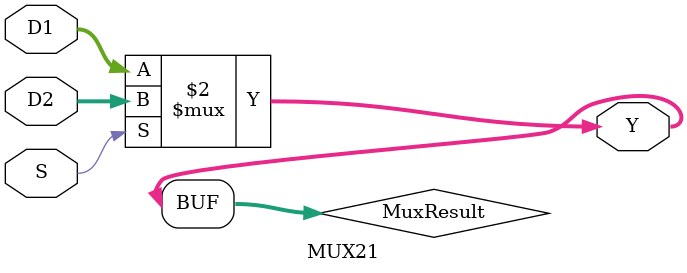
<source format=v>

`timescale 1ns / 1ps

// Module definition for Mux
module MUX21 (
        D1 , D2 , S , Y
);
 
// Defining the inputs
    input  S;
    input[31:0] D1, D2;
// Defining the output
    output[31:0] Y;
    reg[31:0] MuxResult;
    assign Y = MuxResult;
// Defining MUX21 module's behavior
// Whenever there is a change in any of inputs, make the choice 
    always @(*)
        begin
            MuxResult = S ? D2 : D1 ;
        end
endmodule //MUX21
</source>
